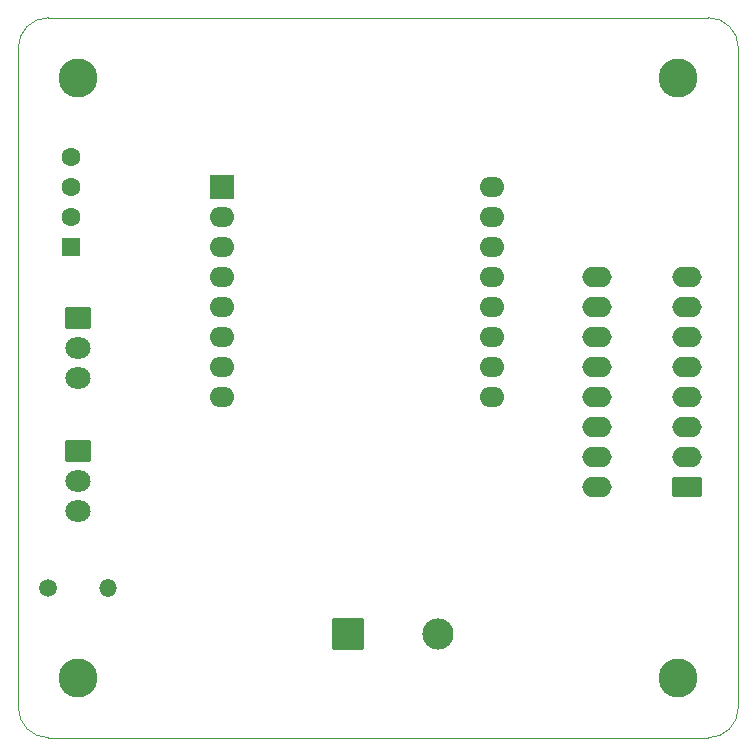
<source format=gbr>
G04 #@! TF.GenerationSoftware,KiCad,Pcbnew,(6.0.8)*
G04 #@! TF.CreationDate,2022-10-28T18:58:48+02:00*
G04 #@! TF.ProjectId,gardenWemos,67617264-656e-4576-956d-6f732e6b6963,rev?*
G04 #@! TF.SameCoordinates,Original*
G04 #@! TF.FileFunction,Soldermask,Bot*
G04 #@! TF.FilePolarity,Negative*
%FSLAX46Y46*%
G04 Gerber Fmt 4.6, Leading zero omitted, Abs format (unit mm)*
G04 Created by KiCad (PCBNEW (6.0.8)) date 2022-10-28 18:58:48*
%MOMM*%
%LPD*%
G01*
G04 APERTURE LIST*
G04 Aperture macros list*
%AMRoundRect*
0 Rectangle with rounded corners*
0 $1 Rounding radius*
0 $2 $3 $4 $5 $6 $7 $8 $9 X,Y pos of 4 corners*
0 Add a 4 corners polygon primitive as box body*
4,1,4,$2,$3,$4,$5,$6,$7,$8,$9,$2,$3,0*
0 Add four circle primitives for the rounded corners*
1,1,$1+$1,$2,$3*
1,1,$1+$1,$4,$5*
1,1,$1+$1,$6,$7*
1,1,$1+$1,$8,$9*
0 Add four rect primitives between the rounded corners*
20,1,$1+$1,$2,$3,$4,$5,0*
20,1,$1+$1,$4,$5,$6,$7,0*
20,1,$1+$1,$6,$7,$8,$9,0*
20,1,$1+$1,$8,$9,$2,$3,0*%
G04 Aperture macros list end*
G04 #@! TA.AperFunction,Profile*
%ADD10C,0.050000*%
G04 #@! TD*
%ADD11RoundRect,0.051000X-1.015000X-0.865000X1.015000X-0.865000X1.015000X0.865000X-1.015000X0.865000X0*%
%ADD12O,2.132000X1.832000*%
%ADD13RoundRect,0.051000X0.750000X0.750000X-0.750000X0.750000X-0.750000X-0.750000X0.750000X-0.750000X0*%
%ADD14C,1.602000*%
%ADD15RoundRect,0.051000X-1.270000X-1.270000X1.270000X-1.270000X1.270000X1.270000X-1.270000X1.270000X0*%
%ADD16C,2.642000*%
%ADD17C,3.302000*%
%ADD18O,1.502000X1.502000*%
%ADD19C,1.502000*%
%ADD20O,2.102000X1.702000*%
%ADD21RoundRect,0.051000X-1.000000X-1.000000X1.000000X-1.000000X1.000000X1.000000X-1.000000X1.000000X0*%
%ADD22RoundRect,0.051000X1.200000X0.800000X-1.200000X0.800000X-1.200000X-0.800000X1.200000X-0.800000X0*%
%ADD23O,2.502000X1.702000*%
G04 APERTURE END LIST*
D10*
X174752000Y-132588000D02*
G75*
G03*
X177292000Y-130048000I0J2540000D01*
G01*
X116332000Y-130048000D02*
G75*
G03*
X118872000Y-132588000I2540000J0D01*
G01*
X118872000Y-71628000D02*
G75*
G03*
X116332000Y-74168000I0J-2540000D01*
G01*
X177292000Y-74168000D02*
G75*
G03*
X174752000Y-71628000I-2540000J0D01*
G01*
X118872000Y-71628000D02*
X174752000Y-71628000D01*
X116332000Y-130048000D02*
X116332000Y-74168000D01*
X118872000Y-132588000D02*
X174752000Y-132588000D01*
X177292000Y-74168000D02*
X177292000Y-130048000D01*
X174752000Y-132588000D02*
G75*
G03*
X177292000Y-130048000I0J2540000D01*
G01*
X116332000Y-130048000D02*
G75*
G03*
X118872000Y-132588000I2540000J0D01*
G01*
X118872000Y-71628000D02*
G75*
G03*
X116332000Y-74168000I0J-2540000D01*
G01*
X177292000Y-74168000D02*
G75*
G03*
X174752000Y-71628000I-2540000J0D01*
G01*
X118872000Y-71628000D02*
X174752000Y-71628000D01*
X116332000Y-130048000D02*
X116332000Y-74168000D01*
X118872000Y-132588000D02*
X174752000Y-132588000D01*
X177292000Y-74168000D02*
X177292000Y-130048000D01*
D11*
X121412000Y-97028000D03*
D12*
X121412000Y-99568000D03*
X121412000Y-102108000D03*
D13*
X120777000Y-91059000D03*
D14*
X120777000Y-88519000D03*
X120777000Y-85979000D03*
X120777000Y-83439000D03*
D15*
X144272000Y-123825000D03*
D16*
X151892000Y-123825000D03*
D17*
X121412000Y-76708000D03*
X121412000Y-127508000D03*
X172212000Y-76708000D03*
X172212000Y-127508000D03*
D18*
X123952000Y-119888000D03*
D19*
X118872000Y-119888000D03*
D20*
X133604000Y-88519000D03*
D21*
X133604000Y-85979000D03*
D20*
X133604000Y-91059000D03*
X133604000Y-93599000D03*
X133604000Y-96139000D03*
X133604000Y-98679000D03*
X133604000Y-101219000D03*
X133604000Y-103759000D03*
X156464000Y-103759000D03*
X156464000Y-101219000D03*
X156464000Y-98679000D03*
X156464000Y-96139000D03*
X156464000Y-93599000D03*
X156464000Y-91059000D03*
X156464000Y-88519000D03*
X156464000Y-85979000D03*
D22*
X172974000Y-111379000D03*
D23*
X165354000Y-93599000D03*
X172974000Y-108839000D03*
X165354000Y-96139000D03*
X172974000Y-106299000D03*
X165354000Y-98679000D03*
X172974000Y-103759000D03*
X165354000Y-101219000D03*
X172974000Y-101219000D03*
X165354000Y-103759000D03*
X172974000Y-98679000D03*
X165354000Y-106299000D03*
X172974000Y-96139000D03*
X165354000Y-108839000D03*
X172974000Y-93599000D03*
X165354000Y-111379000D03*
D12*
X121412000Y-113411000D03*
X121412000Y-110871000D03*
D11*
X121412000Y-108331000D03*
M02*

</source>
